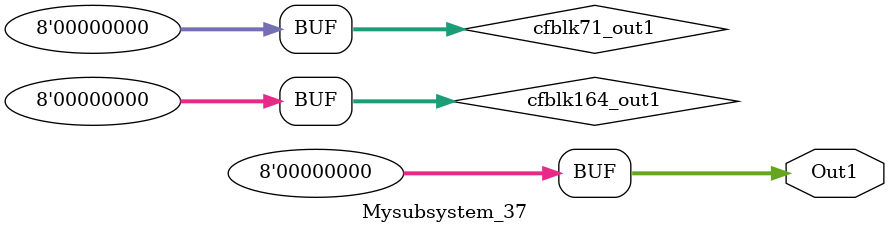
<source format=v>



`timescale 1 ns / 1 ns

module Mysubsystem_37
          (Out1);


  output  [7:0] Out1;  // uint8


  wire [7:0] cfblk164_out1;  // uint8
  wire [7:0] cfblk71_out1;  // uint8


  assign cfblk164_out1 = 8'b00000000;



  assign cfblk71_out1 = (cfblk164_out1 > 8'b00000000 ? 8'b00000001 :
              8'b00000000);



  assign Out1 = cfblk71_out1;

endmodule  // Mysubsystem_37


</source>
